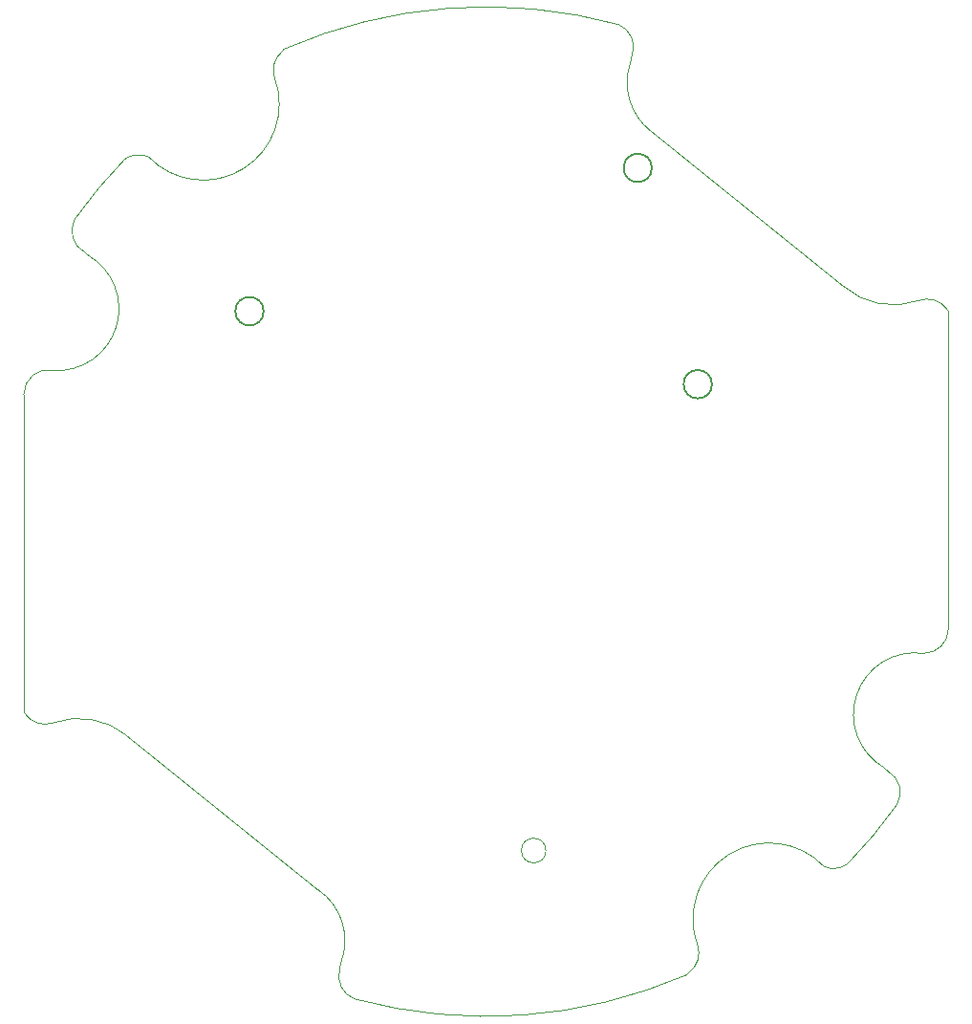
<source format=gm1>
%TF.GenerationSoftware,KiCad,Pcbnew,7.0.9*%
%TF.CreationDate,2024-02-14T22:00:14-05:00*%
%TF.ProjectId,payload24,7061796c-6f61-4643-9234-2e6b69636164,2*%
%TF.SameCoordinates,Original*%
%TF.FileFunction,Profile,NP*%
%FSLAX46Y46*%
G04 Gerber Fmt 4.6, Leading zero omitted, Abs format (unit mm)*
G04 Created by KiCad (PCBNEW 7.0.9) date 2024-02-14 22:00:14*
%MOMM*%
%LPD*%
G01*
G04 APERTURE LIST*
%TA.AperFunction,Profile*%
%ADD10C,0.100000*%
%TD*%
%TA.AperFunction,Profile*%
%ADD11C,0.200000*%
%TD*%
%TA.AperFunction,Profile*%
%ADD12C,0.203200*%
%TD*%
%TA.AperFunction,Profile*%
%ADD13C,0.050000*%
%TD*%
G04 APERTURE END LIST*
D10*
X77381196Y-17058769D02*
G75*
G03*
X47762630Y-19223292I-11736636J-43127281D01*
G01*
X106418128Y-42204913D02*
X106608841Y-42421446D01*
X30151080Y-37259856D02*
G75*
G03*
X30422867Y-37510595I1430820J1278256D01*
G01*
X83573499Y-101033442D02*
G75*
G03*
X83354999Y-101232943I1544101J-1910558D01*
G01*
X95579622Y-91615845D02*
G75*
G03*
X84360000Y-98540000I-4875142J-4652505D01*
G01*
X78440695Y-20381532D02*
G75*
G03*
X80226809Y-26494064I5164705J-1808068D01*
G01*
X54021004Y-103353161D02*
G75*
G03*
X83354998Y-101232942I11623556J43167201D01*
G01*
X29210738Y-34283250D02*
G75*
G03*
X30151083Y-37259852I1900162J-1036550D01*
G01*
X78563440Y-19825774D02*
G75*
G03*
X78485804Y-20148213I1068860J-427926D01*
G01*
X78563404Y-19825759D02*
G75*
G03*
X77381196Y-17058769I-2016804J774359D01*
G01*
X24680284Y-77950653D02*
X24691270Y-49814148D01*
X35732220Y-28773509D02*
G75*
G03*
X33639596Y-28976042I-866020J-1964091D01*
G01*
X24680284Y-77950653D02*
X24761319Y-78037303D01*
X95579624Y-91615841D02*
G75*
G03*
X97628317Y-91418842I843276J1981541D01*
G01*
X97628324Y-91418848D02*
G75*
G03*
X102019603Y-86172669I-31984624J31233448D01*
G01*
X52670384Y-100722546D02*
G75*
G03*
X54021003Y-103353164I2072316J-598054D01*
G01*
X102019639Y-86172691D02*
G75*
G03*
X101235923Y-83174281I-1841539J1120291D01*
G01*
X97276378Y-40214141D02*
G75*
G03*
X104005562Y-41490297I4450522J5088041D01*
G01*
X106418155Y-42204893D02*
G75*
G03*
X104005562Y-41490298I-1694455J-1290807D01*
G01*
X106608841Y-42421446D02*
X106597855Y-70557950D01*
X33760000Y-79970000D02*
X50800000Y-93700000D01*
X47557199Y-19459517D02*
G75*
G03*
X47672223Y-19310498I-308099J356717D01*
G01*
X80230000Y-26490000D02*
X97280000Y-40210000D01*
X104393954Y-72736692D02*
G75*
G03*
X106597854Y-70557950I43946J2159592D01*
G01*
X52750707Y-100214593D02*
G75*
G03*
X50800039Y-93699944I-5066907J2032193D01*
G01*
X27304237Y-47682936D02*
G75*
G03*
X24691271Y-49814148I-453027J-2111984D01*
G01*
X35732228Y-28773495D02*
G75*
G03*
X46924916Y-21833606I4852422J4669745D01*
G01*
D11*
X45932701Y-42443400D02*
G75*
G03*
X45932701Y-42443400I-1254101J0D01*
G01*
D10*
X101235927Y-83174277D02*
G75*
G03*
X100894076Y-82872307I-1583127J-1447723D01*
G01*
X104393919Y-72738508D02*
G75*
G03*
X100896740Y-82867723I-752939J-5408362D01*
G01*
X33639601Y-28976047D02*
G75*
G03*
X29210701Y-34283230I32006999J-31211753D01*
G01*
X47762635Y-19223298D02*
G75*
G03*
X47672224Y-19310498I333165J-435902D01*
G01*
D11*
X85644101Y-48910000D02*
G75*
G03*
X85644101Y-48910000I-1254101J0D01*
G01*
D10*
X27303813Y-47684917D02*
G75*
G03*
X30422866Y-37510596I344332J5459692D01*
G01*
X24761336Y-78037292D02*
G75*
G03*
X27288709Y-78896172I1804164J1160992D01*
G01*
X83573479Y-101033414D02*
G75*
G03*
X84367438Y-98537336I-1238679J1768314D01*
G01*
X47557197Y-19459514D02*
G75*
G03*
X46920640Y-21835137I1397073J-1647446D01*
G01*
X33761481Y-79968138D02*
G75*
G03*
X27288709Y-78896172I-4199221J-5277832D01*
G01*
X52670371Y-100722541D02*
G75*
G03*
X52750717Y-100214597I-1101371J434541D01*
G01*
X78440695Y-20381533D02*
G75*
G03*
X78485802Y-20148214I-1010795J316433D01*
G01*
D12*
%TO.C,U3*%
X80325000Y-29755000D02*
G75*
G03*
X80325000Y-29755000I-1250000J0D01*
G01*
D13*
%TO.C,U5*%
X70940000Y-90200000D02*
G75*
G03*
X70940000Y-90200000I-1090000J0D01*
G01*
%TD*%
M02*

</source>
